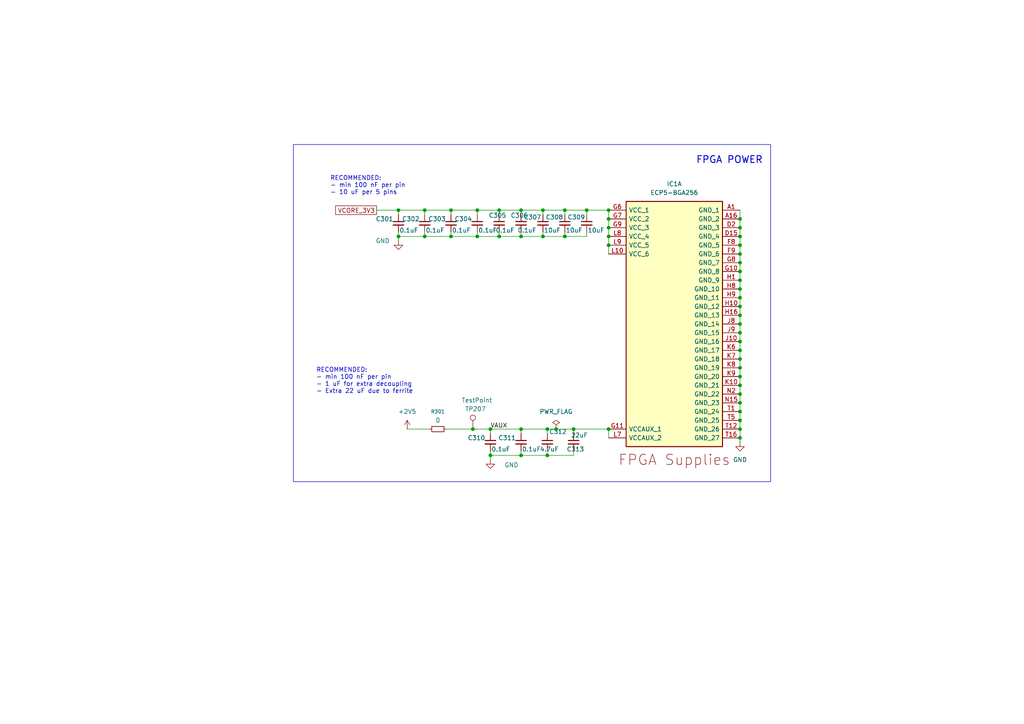
<source format=kicad_sch>
(kicad_sch (version 20250114) (generator "eeschema") (generator_version "9.0")
  (paper "A4")
  (lib_symbols
    (symbol "Connector:TestPoint" (pin_numbers (hide yes)) (pin_names (offset 0.762) (hide yes))
      (property "Reference" "TP" (at 0 6.858 0))
      (property "Value" "TestPoint" (at 0 5.08 0))
      (symbol "TestPoint_0_1"
        (circle (center 0 3.302) (radius 0.762))
      )
      (symbol "TestPoint_1_1"
        (pin passive line (at 0 0 90) (length 2.54) (name "1") (number "1"))
      )
    )
    (symbol "Device:C_Small" (pin_numbers (hide yes)) (pin_names (offset 0.254) (hide yes))
      (property "Reference" "C" (at 0.254 1.778 0))
      (property "Value" "C_Small" (at 0.254 -2.032 0))
      (symbol "C_Small_0_1"
        (polyline (pts (xy -1.524 0.508) (xy 1.524 0.508)) (stroke (width 0.3048)))
        (polyline (pts (xy -1.524 -0.508) (xy 1.524 -0.508)) (stroke (width 0.3302)))
      )
      (symbol "C_Small_1_1"
        (pin passive line (at 0 2.54 270) (length 2.032) (name "~") (number "1"))
        (pin passive line (at 0 -2.54 90) (length 2.032) (name "~") (number "2"))
      )
    )
    (symbol "Device:R_Small" (pin_numbers (hide yes)) (pin_names (offset 0.254) (hide yes))
      (property "Reference" "R" (at 0 0 90))
      (property "Value" "R_Small" (at 1.778 0 90))
      (symbol "R_Small_0_1"
        (rectangle (start -0.762 1.778) (end 0.762 -1.778) (stroke (width 0.2032)))
      )
      (symbol "R_Small_1_1"
        (pin passive line (at 0 2.54 270) (length 0.762) (name "~") (number "1"))
        (pin passive line (at 0 -2.54 90) (length 0.762) (name "~") (number "2"))
      )
    )
    (symbol "iw-fpga_mcu:ECP5-BGA256" (pin_names (offset 0.762))
      (property "Reference" "IC" (at 1.27 45.72 0))
      (property "Value" "ECP5-BGA256" (at 1.27 43.18 0))
      (symbol "ECP5-BGA256_1_0"
        (rectangle (start -13.97 35.56) (end 13.97 -35.56) (stroke (width 0.3048)) (fill (type background)))
      )
      (symbol "ECP5-BGA256_1_1"
        (text "FPGA Supplies" (at 0 -39.37 0) (effects (font (size 2.9972 2.9972))))
        (pin power_in line (at -19.05 33.02 0) (length 5.08) (name "VCC_1") (number "G6"))
        (pin power_in line (at -19.05 30.48 0) (length 5.08) (name "VCC_2") (number "G7"))
        (pin power_in line (at -19.05 27.94 0) (length 5.08) (name "VCC_3") (number "G9"))
        (pin power_in line (at -19.05 25.4 0) (length 5.08) (name "VCC_4") (number "L8"))
        (pin power_in line (at -19.05 22.86 0) (length 5.08) (name "VCC_5") (number "L9"))
        (pin power_in line (at -19.05 20.32 0) (length 5.08) (name "VCC_6") (number "L10"))
        (pin power_in line (at -19.05 -30.48 0) (length 5.08) (name "VCCAUX_1") (number "G11"))
        (pin power_in line (at -19.05 -33.02 0) (length 5.08) (name "VCCAUX_2") (number "L7"))
        (pin power_in line (at 19.05 33.02 180) (length 5.08) (name "GND_1") (number "A1"))
        (pin power_in line (at 19.05 30.48 180) (length 5.08) (name "GND_2") (number "A16"))
        (pin power_in line (at 19.05 27.94 180) (length 5.08) (name "GND_3") (number "D2"))
        (pin power_in line (at 19.05 25.4 180) (length 5.08) (name "GND_4") (number "D15"))
        (pin power_in line (at 19.05 22.86 180) (length 5.08) (name "GND_5") (number "F8"))
        (pin power_in line (at 19.05 20.32 180) (length 5.08) (name "GND_6") (number "F9"))
        (pin power_in line (at 19.05 17.78 180) (length 5.08) (name "GND_7") (number "G8"))
        (pin power_in line (at 19.05 15.24 180) (length 5.08) (name "GND_8") (number "G10"))
        (pin power_in line (at 19.05 12.7 180) (length 5.08) (name "GND_9") (number "H1"))
        (pin power_in line (at 19.05 10.16 180) (length 5.08) (name "GND_10") (number "H8"))
        (pin power_in line (at 19.05 7.62 180) (length 5.08) (name "GND_11") (number "H9"))
        (pin power_in line (at 19.05 5.08 180) (length 5.08) (name "GND_12") (number "H10"))
        (pin power_in line (at 19.05 2.54 180) (length 5.08) (name "GND_13") (number "H16"))
        (pin power_in line (at 19.05 0 180) (length 5.08) (name "GND_14") (number "J8"))
        (pin power_in line (at 19.05 -2.54 180) (length 5.08) (name "GND_15") (number "J9"))
        (pin power_in line (at 19.05 -5.08 180) (length 5.08) (name "GND_16") (number "J10"))
        (pin power_in line (at 19.05 -7.62 180) (length 5.08) (name "GND_17") (number "K6"))
        (pin power_in line (at 19.05 -10.16 180) (length 5.08) (name "GND_18") (number "K7"))
        (pin power_in line (at 19.05 -12.7 180) (length 5.08) (name "GND_19") (number "K8"))
        (pin power_in line (at 19.05 -15.24 180) (length 5.08) (name "GND_20") (number "K9"))
        (pin power_in line (at 19.05 -17.78 180) (length 5.08) (name "GND_21") (number "K10"))
        (pin power_in line (at 19.05 -20.32 180) (length 5.08) (name "GND_22") (number "N2"))
        (pin power_in line (at 19.05 -22.86 180) (length 5.08) (name "GND_23") (number "N15"))
        (pin power_in line (at 19.05 -25.4 180) (length 5.08) (name "GND_24") (number "T1"))
        (pin power_in line (at 19.05 -27.94 180) (length 5.08) (name "GND_25") (number "T5"))
        (pin power_in line (at 19.05 -30.48 180) (length 5.08) (name "GND_26") (number "T12"))
        (pin power_in line (at 19.05 -33.02 180) (length 5.08) (name "GND_27") (number "T16"))
      )
      (symbol "ECP5-BGA256_2_1"
        (rectangle (start -19.05 31.75) (end 8.89 -31.75) (stroke (width 0.3048)) (fill (type background)))
        (text "Bank 0" (at 0 -35.56 0) (effects (font (size 2.9972 2.9972))))
        (pin power_in line (at -13.97 36.83 270) (length 5.08) (name "VCCIO0_2") (number "F7"))
        (pin power_in line (at -11.43 36.83 270) (length 5.08) (name "VCCIO0_1") (number "F6"))
        (pin bidirectional line (at 13.97 29.21 180) (length 5.08) (name "PT4A") (number "A2"))
        (pin bidirectional line (at 13.97 26.67 180) (length 5.08) (name "PT4B") (number "B3"))
        (pin bidirectional line (at 13.97 24.13 180) (length 5.08) (name "PT6A") (number "A3"))
        (pin bidirectional line (at 13.97 21.59 180) (length 5.08) (name "PT6B") (number "A4"))
        (pin bidirectional line (at 13.97 19.05 180) (length 5.08) (name "PT9A") (number "E4"))
        (pin bidirectional line (at 13.97 16.51 180) (length 5.08) (name "PT9B") (number "D4"))
        (pin bidirectional line (at 13.97 13.97 180) (length 5.08) (name "PT11A") (number "C4"))
        (pin bidirectional line (at 13.97 11.43 180) (length 5.08) (name "PT11B") (number "B4"))
        (pin bidirectional line (at 13.97 8.89 180) (length 5.08) (name "PT13A") (number "E5"))
        (pin bidirectional line (at 13.97 6.35 180) (length 5.08) (name "PT13B") (number "D5"))
        (pin bidirectional line (at 13.97 3.81 180) (length 5.08) (name "PT15A") (number "C5"))
        (pin bidirectional line (at 13.97 1.27 180) (length 5.08) (name "PT15B") (number "B5"))
        (pin bidirectional line (at 13.97 -1.27 180) (length 5.08) (name "PT18A") (number "A5"))
        (pin bidirectional line (at 13.97 -3.81 180) (length 5.08) (name "PT18B") (number "A6"))
        (pin bidirectional line (at 13.97 -6.35 180) (length 5.08) (name "PT20A") (number "E6"))
        (pin bidirectional line (at 13.97 -8.89 180) (length 5.08) (name "PT20B") (number "D6"))
        (pin bidirectional line (at 13.97 -11.43 180) (length 5.08) (name "PT22A") (number "C6"))
        (pin bidirectional line (at 13.97 -13.97 180) (length 5.08) (name "PT22B") (number "B6"))
        (pin bidirectional line (at 13.97 -16.51 180) (length 5.08) (name "PT24A/GR_PCLK0_1") (number "E7"))
        (pin bidirectional line (at 13.97 -19.05 180) (length 5.08) (name "PT24B/GR_PCLK0_0") (number "D7"))
        (pin bidirectional line (at 13.97 -21.59 180) (length 5.08) (name "PT27A/PCLKT0_1") (number "C7"))
        (pin bidirectional line (at 13.97 -24.13 180) (length 5.08) (name "PT27B/PCLKC0_1") (number "B7"))
        (pin bidirectional line (at 13.97 -26.67 180) (length 5.08) (name "PT29A/PCLKT0_0") (number "A7"))
        (pin bidirectional line (at 13.97 -29.21 180) (length 5.08) (name "PT29B/PCLKC0_0") (number "A8"))
      )
      (symbol "ECP5-BGA256_3_0"
        (rectangle (start -17.78 41.91) (end 8.89 -41.91) (stroke (width 0.3048)) (fill (type background)))
      )
      (symbol "ECP5-BGA256_3_1"
        (text "Bank 1" (at 0 -45.72 0) (effects (font (size 2.9972 2.9972))))
        (pin power_in line (at -13.97 46.99 270) (length 5.08) (name "VCCIO1_2") (number "F11"))
        (pin power_in line (at -11.43 46.99 270) (length 5.08) (name "VCCIO1_1") (number "F10"))
        (pin bidirectional line (at 13.97 39.37 180) (length 5.08) (name "PT33A/PCLKT1_1") (number "E8"))
        (pin bidirectional line (at 13.97 36.83 180) (length 5.08) (name "PT33B/PCLKC1_1") (number "D8"))
        (pin bidirectional line (at 13.97 34.29 180) (length 5.08) (name "PT35A/PCLKT1_0") (number "C8"))
        (pin bidirectional line (at 13.97 31.75 180) (length 5.08) (name "PT35B/PCLKC1_0") (number "B8"))
        (pin bidirectional line (at 13.97 29.21 180) (length 5.08) (name "PT38A/GR_PCLK1_0") (number "B9"))
        (pin bidirectional line (at 13.97 26.67 180) (length 5.08) (name "PT38B/GR_PCLK1_1") (number "C9"))
        (pin bidirectional line (at 13.97 24.13 180) (length 5.08) (name "PT40A") (number "D9"))
        (pin bidirectional line (at 13.97 21.59 180) (length 5.08) (name "PT40B") (number "E9"))
        (pin bidirectional line (at 13.97 19.05 180) (length 5.08) (name "PT42A") (number "A9"))
        (pin bidirectional line (at 13.97 16.51 180) (length 5.08) (name "PT42B") (number "A10"))
        (pin bidirectional line (at 13.97 13.97 180) (length 5.08) (name "PT44A") (number "B10"))
        (pin bidirectional line (at 13.97 11.43 180) (length 5.08) (name "PT44B") (number "C10"))
        (pin bidirectional line (at 13.97 8.89 180) (length 5.08) (name "PT47A") (number "D10"))
        (pin bidirectional line (at 13.97 6.35 180) (length 5.08) (name "PT47B") (number "E10"))
        (pin bidirectional line (at 13.97 3.81 180) (length 5.08) (name "PT49A") (number "B11"))
        (pin bidirectional line (at 13.97 1.27 180) (length 5.08) (name "PT49B") (number "C11"))
        (pin bidirectional line (at 13.97 -1.27 180) (length 5.08) (name "PT51A") (number "D11"))
        (pin bidirectional line (at 13.97 -3.81 180) (length 5.08) (name "PT51B") (number "E11"))
        (pin bidirectional line (at 13.97 -6.35 180) (length 5.08) (name "PT53A") (number "A11"))
        (pin bidirectional line (at 13.97 -8.89 180) (length 5.08) (name "PT53B") (number "A12"))
        (pin bidirectional line (at 13.97 -11.43 180) (length 5.08) (name "PT56A") (number "B12"))
        (pin bidirectional line (at 13.97 -13.97 180) (length 5.08) (name "PT56B") (number "C12"))
        (pin bidirectional line (at 13.97 -16.51 180) (length 5.08) (name "PT58A") (number "D12"))
        (pin bidirectional line (at 13.97 -19.05 180) (length 5.08) (name "PT58B") (number "E12"))
        (pin bidirectional line (at 13.97 -21.59 180) (length 5.08) (name "PT60A") (number "B13"))
        (pin bidirectional line (at 13.97 -24.13 180) (length 5.08) (name "PT60B") (number "C13"))
        (pin bidirectional line (at 13.97 -26.67 180) (length 5.08) (name "PT62A") (number "D13"))
        (pin bidirectional line (at 13.97 -29.21 180) (length 5.08) (name "PT62B") (number "E13"))
        (pin bidirectional line (at 13.97 -31.75 180) (length 5.08) (name "PT65A") (number "A13"))
        (pin bidirectional line (at 13.97 -34.29 180) (length 5.08) (name "PT65B") (number "A14"))
        (pin bidirectional line (at 13.97 -36.83 180) (length 5.08) (name "PT67A") (number "B14"))
        (pin bidirectional line (at 13.97 -39.37 180) (length 5.08) (name "PT67B") (number "A15"))
      )
      (symbol "ECP5-BGA256_4_1"
        (rectangle (start -17.78 41.91) (end 8.89 -41.91) (stroke (width 0.3048)) (fill (type background)))
        (text "Bank 2" (at 0 -45.72 0) (effects (font (size 2.9972 2.9972))))
        (pin power_in line (at -11.43 46.99 270) (length 5.08) (name "VCCIO2_1") (number "H11"))
        (pin power_in line (at -8.89 46.99 270) (length 5.08) (name "VCCIO2_2") (number "J11"))
        (pin bidirectional line (at 13.97 39.37 180) (length 5.08) (name "PR2A/RDQ8") (number "B16"))
        (pin bidirectional line (at 13.97 36.83 180) (length 5.08) (name "PR2B/S0_IN") (number "B15"))
        (pin bidirectional line (at 13.97 34.29 180) (length 5.08) (name "PR2C") (number "C14"))
        (pin bidirectional line (at 13.97 31.75 180) (length 5.08) (name "PR2D") (number "D14"))
        (pin bidirectional line (at 13.97 29.21 180) (length 5.08) (name "PR5A") (number "C16"))
        (pin bidirectional line (at 13.97 26.67 180) (length 5.08) (name "PR5B") (number "C15"))
        (pin bidirectional line (at 13.97 24.13 180) (length 5.08) (name "PR5C") (number "E14"))
        (pin bidirectional line (at 13.97 21.59 180) (length 5.08) (name "PR5D") (number "F14"))
        (pin bidirectional line (at 13.97 19.05 180) (length 5.08) (name "PR8A/RDQS8") (number "D16"))
        (pin bidirectional line (at 13.97 16.51 180) (length 5.08) (name "PR8B/RDQSN8") (number "E15"))
        (pin bidirectional line (at 13.97 13.97 180) (length 5.08) (name "PR8C") (number "F13"))
        (pin bidirectional line (at 13.97 11.43 180) (length 5.08) (name "PR8D") (number "F12"))
        (pin bidirectional line (at 13.97 8.89 180) (length 5.08) (name "PR11A") (number "G12"))
        (pin bidirectional line (at 13.97 6.35 180) (length 5.08) (name "PR11B") (number "G13"))
        (pin bidirectional line (at 13.97 3.81 180) (length 5.08) (name "PR11C") (number "F15"))
        (pin bidirectional line (at 13.97 1.27 180) (length 5.08) (name "PR11D/RDQ8") (number "E16"))
        (pin bidirectional line (at 13.97 -1.27 180) (length 5.08) (name "PR14A/RDQ20") (number "F16"))
        (pin bidirectional line (at 13.97 -3.81 180) (length 5.08) (name "PR14B") (number "G15"))
        (pin bidirectional line (at 13.97 -6.35 180) (length 5.08) (name "PR14C/VREF1_2") (number "G14"))
        (pin bidirectional line (at 13.97 -8.89 180) (length 5.08) (name "PR14D") (number "H14"))
        (pin bidirectional line (at 13.97 -11.43 180) (length 5.08) (name "PR17A") (number "H12"))
        (pin bidirectional line (at 13.97 -13.97 180) (length 5.08) (name "PR17B") (number "H13"))
        (pin bidirectional line (at 13.97 -16.51 180) (length 5.08) (name "PR17C") (number "J13"))
        (pin bidirectional line (at 13.97 -19.05 180) (length 5.08) (name "PR17D") (number "J12"))
        (pin bidirectional line (at 13.97 -21.59 180) (length 5.08) (name "PR20A/RDQS20") (number "G16"))
        (pin bidirectional line (at 13.97 -24.13 180) (length 5.08) (name "PR20B/RDQSN20") (number "H15"))
        (pin bidirectional line (at 13.97 -26.67 180) (length 5.08) (name "PR20C/GR_PCLK2_1") (number "J14"))
        (pin bidirectional line (at 13.97 -29.21 180) (length 5.08) (name "PR20D/GR_PCLK2_0") (number "K14"))
        (pin bidirectional line (at 13.97 -31.75 180) (length 5.08) (name "PR23A/PCLKT2_1") (number "J16"))
        (pin bidirectional line (at 13.97 -34.29 180) (length 5.08) (name "PR23B/PCLKC2_1") (number "J15"))
        (pin bidirectional line (at 13.97 -36.83 180) (length 5.08) (name "PR23C/PCLKT2_0") (number "K16"))
        (pin bidirectional line (at 13.97 -39.37 180) (length 5.08) (name "PR23D/PCLKC2_0/RDQ20") (number "K15"))
      )
      (symbol "ECP5-BGA256_5_0"
        (rectangle (start -26.67 41.91) (end 8.89 -41.91) (stroke (width 0.3048)) (fill (type background)))
      )
      (symbol "ECP5-BGA256_5_1"
        (text "Bank 3" (at 0 -45.72 0) (effects (font (size 2.9972 2.9972))))
        (pin power_in line (at -22.86 46.99 270) (length 5.08) (name "VCCIO3_1") (number "K11"))
        (pin power_in line (at -20.32 46.99 270) (length 5.08) (name "VCCIO3_2") (number "L11"))
        (pin bidirectional line (at 13.97 39.37 180) (length 5.08) (name "PR26A/PCLKT3_1/RDQ32") (number "L16"))
        (pin bidirectional line (at 13.97 36.83 180) (length 5.08) (name "PR26B/PCLKC3_1") (number "L15"))
        (pin bidirectional line (at 13.97 34.29 180) (length 5.08) (name "PR26C/PCLKT3_0") (number "M16"))
        (pin bidirectional line (at 13.97 31.75 180) (length 5.08) (name "PR26D/PCLKC3_0") (number "M15"))
        (pin bidirectional line (at 13.97 29.21 180) (length 5.08) (name "PR29A/GR_PCLK3_0") (number "K13"))
        (pin bidirectional line (at 13.97 26.67 180) (length 5.08) (name "PR29B") (number "K12"))
        (pin bidirectional line (at 13.97 24.13 180) (length 5.08) (name "PR29C/GR_PCLK3_1") (number "L13"))
        (pin bidirectional line (at 13.97 21.59 180) (length 5.08) (name "PR29D") (number "L12"))
        (pin bidirectional line (at 13.97 19.05 180) (length 5.08) (name "PR32A/RDQS32") (number "N16"))
        (pin bidirectional line (at 13.97 16.51 180) (length 5.08) (name "PR32B/RDQSN32") (number "P15"))
        (pin bidirectional line (at 13.97 13.97 180) (length 5.08) (name "PR32C") (number "L14"))
        (pin bidirectional line (at 13.97 11.43 180) (length 5.08) (name "PR32D") (number "M14"))
        (pin bidirectional line (at 13.97 8.89 180) (length 5.08) (name "PR35A") (number "P16"))
        (pin bidirectional line (at 13.97 6.35 180) (length 5.08) (name "PR35B/VREF1_3") (number "R16"))
        (pin bidirectional line (at 13.97 3.81 180) (length 5.08) (name "PR35C") (number "M13"))
        (pin bidirectional line (at 13.97 1.27 180) (length 5.08) (name "PR35D/RDQ32") (number "N14"))
        (pin bidirectional line (at 13.97 -1.27 180) (length 5.08) (name "PR38A/RDQ44") (number "N13"))
        (pin bidirectional line (at 13.97 -3.81 180) (length 5.08) (name "PR38B") (number "P14"))
        (pin bidirectional line (at 13.97 -6.35 180) (length 5.08) (name "PR38C") (number "R15"))
        (pin bidirectional line (at 13.97 -8.89 180) (length 5.08) (name "PR38D") (number "T15"))
        (pin bidirectional line (at 13.97 -11.43 180) (length 5.08) (name "PR41A") (number "P13"))
        (pin bidirectional line (at 13.97 -13.97 180) (length 5.08) (name "PR41B") (number "R14"))
        (pin bidirectional line (at 13.97 -16.51 180) (length 5.08) (name "PR41C") (number "R13"))
        (pin bidirectional line (at 13.97 -19.05 180) (length 5.08) (name "PR41D") (number "T14"))
        (pin bidirectional line (at 13.97 -21.59 180) (length 5.08) (name "PR44A/RDQS44") (number "R12"))
        (pin bidirectional line (at 13.97 -24.13 180) (length 5.08) (name "PR44B/RDQSN44") (number "T13"))
        (pin bidirectional line (at 13.97 -26.67 180) (length 5.08) (name "PR44C") (number "M12"))
        (pin bidirectional line (at 13.97 -29.21 180) (length 5.08) (name "PR44D") (number "N12"))
        (pin bidirectional line (at 13.97 -31.75 180) (length 5.08) (name "PR47A") (number "M11"))
        (pin bidirectional line (at 13.97 -34.29 180) (length 5.08) (name "PR47B") (number "N11"))
        (pin bidirectional line (at 13.97 -36.83 180) (length 5.08) (name "PR47C/LRC_GPLL0T_IN") (number "P11"))
        (pin bidirectional line (at 13.97 -39.37 180) (length 5.08) (name "PR47D/LRC_GPLL0C_IN/RDQ44") (number "P12"))
      )
      (symbol "ECP5-BGA256_6_1"
        (rectangle (start -20.32 41.91) (end 8.89 -41.91) (stroke (width 0.3048)) (fill (type background)))
        (text "Bank 6" (at 0 -45.72 0) (effects (font (size 2.9972 2.9972))))
        (pin power_in line (at -13.97 46.99 270) (length 5.08) (name "VCCIO6_1") (number "J6"))
        (pin power_in line (at -11.43 46.99 270) (length 5.08) (name "VCCIO6_2") (number "J7"))
        (pin bidirectional line (at 13.97 39.37 180) (length 5.08) (name "PL26A/LDQ32/PCLKT6_1") (number "L1"))
        (pin bidirectional line (at 13.97 36.83 180) (length 5.08) (name "PL26B/PCLKC6_1") (number "L2"))
        (pin bidirectional line (at 13.97 34.29 180) (length 5.08) (name "PL26C/PCLKT6_0") (number "M1"))
        (pin bidirectional line (at 13.97 31.75 180) (length 5.08) (name "PL26D/PCLKC6_0") (number "M2"))
        (pin bidirectional line (at 13.97 29.21 180) (length 5.08) (name "PL29A/GR_PCLK6_0") (number "K4"))
        (pin bidirectional line (at 13.97 26.67 180) (length 5.08) (name "PL29B") (number "K5"))
        (pin bidirectional line (at 13.97 24.13 180) (length 5.08) (name "PL29C/PL29C") (number "L4"))
        (pin bidirectional line (at 13.97 21.59 180) (length 5.08) (name "PL29D") (number "L5"))
        (pin bidirectional line (at 13.97 19.05 180) (length 5.08) (name "PL32A/LDQS32") (number "N1"))
        (pin bidirectional line (at 13.97 16.51 180) (length 5.08) (name "PL32B/LDQSN32") (number "P2"))
        (pin bidirectional line (at 13.97 13.97 180) (length 5.08) (name "PL32C") (number "L3"))
        (pin bidirectional line (at 13.97 11.43 180) (length 5.08) (name "PL32D") (number "M3"))
        (pin bidirectional line (at 13.97 8.89 180) (length 5.08) (name "PL35A") (number "P1"))
        (pin bidirectional line (at 13.97 6.35 180) (length 5.08) (name "PL35B/VREF1_6") (number "R1"))
        (pin bidirectional line (at 13.97 3.81 180) (length 5.08) (name "PL35C") (number "M4"))
        (pin bidirectional line (at 13.97 1.27 180) (length 5.08) (name "PL35D") (number "N3"))
        (pin bidirectional line (at 13.97 -1.27 180) (length 5.08) (name "PL38A/LDQ44") (number "N4"))
        (pin bidirectional line (at 13.97 -3.81 180) (length 5.08) (name "PL38B") (number "P3"))
        (pin bidirectional line (at 13.97 -6.35 180) (length 5.08) (name "PL38C") (number "R2"))
        (pin bidirectional line (at 13.97 -8.89 180) (length 5.08) (name "PL38D") (number "T2"))
        (pin bidirectional line (at 13.97 -11.43 180) (length 5.08) (name "PL44A/LDQS44") (number "R5"))
        (pin bidirectional line (at 13.97 -13.97 180) (length 5.08) (name "PL44B/LDQSN44") (number "T4"))
        (pin bidirectional line (at 13.97 -16.51 180) (length 5.08) (name "PL44C") (number "M5"))
        (pin bidirectional line (at 13.97 -19.05 180) (length 5.08) (name "PL44D") (number "N5"))
        (pin bidirectional line (at 13.97 -21.59 180) (length 5.08) (name "PL41A") (number "P4"))
        (pin bidirectional line (at 13.97 -24.13 180) (length 5.08) (name "PL41B") (number "R3"))
        (pin bidirectional line (at 13.97 -26.67 180) (length 5.08) (name "PL41C") (number "R4"))
        (pin bidirectional line (at 13.97 -29.21 180) (length 5.08) (name "PL41D") (number "T3"))
        (pin bidirectional line (at 13.97 -31.75 180) (length 5.08) (name "PL47A") (number "M6"))
        (pin bidirectional line (at 13.97 -34.29 180) (length 5.08) (name "PL47B") (number "N6"))
        (pin bidirectional line (at 13.97 -36.83 180) (length 5.08) (name "PL47D/LLC_GPLL0C_IN") (number "P5"))
        (pin bidirectional line (at 13.97 -39.37 180) (length 5.08) (name "PL47C/LLC_GPLL0T_IN") (number "P6"))
      )
      (symbol "ECP5-BGA256_7_1"
        (rectangle (start -25.4 41.91) (end 8.89 -41.91) (stroke (width 0.3048)) (fill (type background)))
        (text "Bank 7" (at 0 -45.72 0) (effects (font (size 2.9972 2.9972))))
        (pin power_in line (at -12.7 46.99 270) (length 5.08) (name "VCCIO7_2") (number "H7"))
        (pin power_in line (at -10.16 46.99 270) (length 5.08) (name "VCCIO7_1") (number "H6"))
        (pin bidirectional line (at 13.97 39.37 180) (length 5.08) (name "PL2A/LDQ8") (number "B1"))
        (pin bidirectional line (at 13.97 36.83 180) (length 5.08) (name "PL2B") (number "B2"))
        (pin bidirectional line (at 13.97 34.29 180) (length 5.08) (name "PL2C") (number "C3"))
        (pin bidirectional line (at 13.97 31.75 180) (length 5.08) (name "PL2D") (number "D3"))
        (pin bidirectional line (at 13.97 29.21 180) (length 5.08) (name "PL5A") (number "C1"))
        (pin bidirectional line (at 13.97 26.67 180) (length 5.08) (name "PL5B") (number "C2"))
        (pin bidirectional line (at 13.97 24.13 180) (length 5.08) (name "PL5C") (number "E3"))
        (pin bidirectional line (at 13.97 21.59 180) (length 5.08) (name "PL5D") (number "F3"))
        (pin bidirectional line (at 13.97 19.05 180) (length 5.08) (name "PL8A/LDQS8") (number "D1"))
        (pin bidirectional line (at 13.97 16.51 180) (length 5.08) (name "PL8B/LDQSN8") (number "E2"))
        (pin bidirectional line (at 13.97 13.97 180) (length 5.08) (name "PL8C") (number "F4"))
        (pin bidirectional line (at 13.97 11.43 180) (length 5.08) (name "PL8D") (number "F5"))
        (pin bidirectional line (at 13.97 8.89 180) (length 5.08) (name "PL11A") (number "G5"))
        (pin bidirectional line (at 13.97 6.35 180) (length 5.08) (name "PL11B") (number "G4"))
        (pin bidirectional line (at 13.97 3.81 180) (length 5.08) (name "PL11C") (number "F2"))
        (pin bidirectional line (at 13.97 1.27 180) (length 5.08) (name "PL11D/LDQ8") (number "E1"))
        (pin bidirectional line (at 13.97 -1.27 180) (length 5.08) (name "PL14A/LDQ20") (number "F1"))
        (pin bidirectional line (at 13.97 -3.81 180) (length 5.08) (name "PL14B") (number "G2"))
        (pin bidirectional line (at 13.97 -6.35 180) (length 5.08) (name "PL14C") (number "G3"))
        (pin bidirectional line (at 13.97 -8.89 180) (length 5.08) (name "PL14D") (number "H3"))
        (pin bidirectional line (at 13.97 -11.43 180) (length 5.08) (name "PL17A") (number "H5"))
        (pin bidirectional line (at 13.97 -13.97 180) (length 5.08) (name "PL17B") (number "H4"))
        (pin bidirectional line (at 13.97 -16.51 180) (length 5.08) (name "PL17C") (number "J4"))
        (pin bidirectional line (at 13.97 -19.05 180) (length 5.08) (name "PL17D") (number "J5"))
        (pin bidirectional line (at 13.97 -21.59 180) (length 5.08) (name "PL20A/GR_PCLK7_1/LDQSN20") (number "G1"))
        (pin bidirectional line (at 13.97 -24.13 180) (length 5.08) (name "PL20B/LDQS20") (number "H2"))
        (pin bidirectional line (at 13.97 -26.67 180) (length 5.08) (name "PL20C/GR_PCLK7_0") (number "J3"))
        (pin bidirectional line (at 13.97 -29.21 180) (length 5.08) (name "PL20D") (number "K3"))
        (pin bidirectional line (at 13.97 -31.75 180) (length 5.08) (name "PL23A/PCLKT7_1") (number "J1"))
        (pin bidirectional line (at 13.97 -34.29 180) (length 5.08) (name "PL23B/PCLKC7_1") (number "J2"))
        (pin bidirectional line (at 13.97 -36.83 180) (length 5.08) (name "PL23C/PCLKT7_0") (number "K1"))
        (pin bidirectional line (at 13.97 -39.37 180) (length 5.08) (name "PL23D/PCLKC7_0/LDQ20") (number "K2"))
      )
      (symbol "ECP5-BGA256_8_0"
        (text "Bank 8 (Config)" (at 0 -43.18 0) (effects (font (size 2.9972 2.9972))))
      )
      (symbol "ECP5-BGA256_8_1"
        (rectangle (start -15.24 39.37) (end 15.24 -39.37) (stroke (width 0.3048)) (fill (type background)))
        (pin power_in line (at -10.16 44.45 270) (length 5.08) (name "VCCIO8") (number "L6"))
        (pin bidirectional line (at 20.32 36.83 180) (length 5.08) (name "D7/PB4A") (number "T6"))
        (pin bidirectional line (at 20.32 34.29 180) (length 5.08) (name "D6/PB4B") (number "R6"))
        (pin bidirectional line (at 20.32 31.75 180) (length 5.08) (name "D5/MISO2/IO5/PB6A") (number "R7"))
        (pin bidirectional line (at 20.32 29.21 180) (length 5.08) (name "D4/MOSI2/IO4/PB6B") (number "P7"))
        (pin bidirectional line (at 20.32 26.67 180) (length 5.08) (name "D3/IO3/PB9A") (number "N7"))
        (pin bidirectional line (at 20.32 24.13 180) (length 5.08) (name "D2/IO2/PB9B") (number "M7"))
        (pin bidirectional line (at 20.32 21.59 180) (length 5.08) (name "D1/POCI/IO1/PB11A") (number "T7"))
        (pin bidirectional line (at 20.32 19.05 180) (length 5.08) (name "D0/PICO/IO0/PB11B") (number "T8"))
        (pin bidirectional line (at 20.32 16.51 180) (length 5.08) (name "~{CS}/~{S}/PB13A") (number "R8"))
        (pin bidirectional line (at 20.32 13.97 180) (length 5.08) (name "~{CS1}/PB13B") (number "P8"))
        (pin bidirectional line (at 20.32 11.43 180) (length 5.08) (name "~{HOLD}/DI/BUSY/~{CSSPI}/PB15A") (number "N8"))
        (pin bidirectional line (at 20.32 8.89 180) (length 5.08) (name "DOUT/~{CSO}/PB15B") (number "M8"))
        (pin bidirectional line (at 20.32 6.35 180) (length 5.08) (name "~{WRITE}/PB18A") (number "M9"))
        (pin input line (at 20.32 -1.27 180) (length 5.08) (name "TMS") (number "T11"))
        (pin input line (at 20.32 -3.81 180) (length 5.08) (name "TCK") (number "T10"))
        (pin input line (at 20.32 -6.35 180) (length 5.08) (name "TDI") (number "R11"))
        (pin output line (at 20.32 -8.89 180) (length 5.08) (name "TDO") (number "M10"))
        (pin bidirectional line (at 20.32 -15.24 180) (length 5.08) (name "MCLK/SCK/CCLK") (number "N9"))
        (pin input line (at 20.32 -20.32 180) (length 5.08) (name "CFG0") (number "N10"))
        (pin input line (at 20.32 -22.86 180) (length 5.08) (name "CFG1") (number "P10"))
        (pin input line (at 20.32 -25.4 180) (length 5.08) (name "CFG2") (number "R10"))
        (pin bidirectional line (at 20.32 -31.75 180) (length 5.08) (name "DONE") (number "P9"))
        (pin bidirectional line (at 20.32 -34.29 180) (length 5.08) (name "~{INIT}") (number "T9"))
        (pin bidirectional line (at 20.32 -36.83 180) (length 5.08) (name "~{PROGRAM}") (number "R9"))
      )
    )
    (symbol "power:+2V5" (power) (pin_numbers (hide yes)) (pin_names (offset 0) (hide yes))
      (property "Value" "+2V5" (at 0 3.556 0))
      (symbol "+2V5_0_1"
        (polyline (pts (xy -0.762 1.27) (xy 0 2.54)))
        (polyline (pts (xy 0 2.54) (xy 0.762 1.27)))
        (polyline (pts (xy 0 0) (xy 0 2.54)))
      )
      (symbol "+2V5_1_1"
        (pin power_in line (at 0 0 90) (length 0) (name "~") (number "1"))
      )
    )
    (symbol "power:GND" (power) (pin_numbers (hide yes)) (pin_names (offset 0) (hide yes))
      (property "Value" "GND" (at 0 -3.81 0))
      (symbol "GND_0_1"
        (polyline (pts (xy 0 0) (xy 0 -1.27) (xy 1.27 -1.27) (xy 0 -2.54) (xy -1.27 -1.27) (xy 0 -1.27)))
      )
      (symbol "GND_1_1"
        (pin power_in line (at 0 0 270) (length 0) (name "~") (number "1"))
      )
    )
    (symbol "power:PWR_FLAG" (power) (pin_numbers (hide yes)) (pin_names (offset 0) (hide yes))
      (property "Value" "PWR_FLAG" (at 0 3.81 0))
      (symbol "PWR_FLAG_0_0"
        (pin power_out line (at 0 0 90) (length 0) (name "~") (number "1"))
      )
      (symbol "PWR_FLAG_0_1"
        (polyline (pts (xy 0 0) (xy 0 1.27) (xy -1.016 1.905) (xy 0 2.54) (xy 1.016 1.905) (xy 0 1.27)))
      )
    )
  )
  (rectangle (start 85.09 41.91) (end 223.52 139.7))
  (text "RECOMMENDED:\n- min 100 nF per pin\n- 10 uF per 5 pins" (at 95.758 53.848 0) (effects (font (size 1.27 1.27) (thickness 0.1588)) (justify left)))
  (text "RECOMMENDED:\n- min 100 nF per pin\n- 1 uF for extra decoupling\n- Extra 22 uF due to ferrite" (at 91.694 110.49 0) (effects (font (size 1.27 1.27) (thickness 0.1588)) (justify left)))
  (text "FPGA POWER" (at 211.582 46.482 0) (effects (font (size 2 2) (thickness 0.254) (bold yes))))
  (junction (at 214.63 111.76))
  (junction (at 123.19 60.96))
  (junction (at 130.81 68.58))
  (junction (at 214.63 76.2))
  (junction (at 176.53 71.12))
  (junction (at 214.63 124.46))
  (junction (at 163.83 60.96))
  (junction (at 130.81 60.96))
  (junction (at 214.63 71.12))
  (junction (at 214.63 68.58))
  (junction (at 214.63 73.66))
  (junction (at 214.63 101.6))
  (junction (at 142.24 124.46))
  (junction (at 214.63 78.74))
  (junction (at 115.57 60.96))
  (junction (at 151.13 132.08))
  (junction (at 137.16 124.46))
  (junction (at 214.63 114.3))
  (junction (at 214.63 127))
  (junction (at 176.53 63.5))
  (junction (at 214.63 66.04))
  (junction (at 157.48 60.96))
  (junction (at 214.63 96.52))
  (junction (at 170.18 60.96))
  (junction (at 163.83 68.58))
  (junction (at 138.43 60.96))
  (junction (at 151.13 68.58))
  (junction (at 151.13 124.46))
  (junction (at 138.43 68.58))
  (junction (at 158.75 124.46))
  (junction (at 214.63 86.36))
  (junction (at 161.29 124.46))
  (junction (at 214.63 88.9))
  (junction (at 166.37 124.46))
  (junction (at 214.63 121.92))
  (junction (at 214.63 119.38))
  (junction (at 214.63 83.82))
  (junction (at 123.19 68.58))
  (junction (at 214.63 104.14))
  (junction (at 151.13 60.96))
  (junction (at 214.63 116.84))
  (junction (at 144.78 68.58))
  (junction (at 176.53 66.04))
  (junction (at 144.78 60.96))
  (junction (at 176.53 60.96))
  (junction (at 158.75 132.08))
  (junction (at 157.48 68.58))
  (junction (at 214.63 93.98))
  (junction (at 214.63 109.22))
  (junction (at 176.53 124.46))
  (junction (at 214.63 91.44))
  (junction (at 214.63 63.5))
  (junction (at 214.63 81.28))
  (junction (at 214.63 106.68))
  (junction (at 176.53 68.58))
  (junction (at 115.57 68.58))
  (junction (at 214.63 99.06))
  (junction (at 142.24 132.08))
  (wire (pts (xy 142.24 132.08) (xy 142.24 133.35)))
  (wire (pts (xy 214.63 116.84) (xy 214.63 119.38)))
  (wire (pts (xy 151.13 132.08) (xy 158.75 132.08)))
  (wire (pts (xy 142.24 124.46) (xy 151.13 124.46)))
  (wire (pts (xy 123.19 68.58) (xy 130.81 68.58)))
  (wire (pts (xy 142.24 124.46) (xy 142.24 125.73)))
  (wire (pts (xy 151.13 60.96) (xy 151.13 62.23)))
  (wire (pts (xy 163.83 62.23) (xy 163.83 60.96)))
  (wire (pts (xy 157.48 68.58) (xy 163.83 68.58)))
  (wire (pts (xy 115.57 68.58) (xy 123.19 68.58)))
  (wire (pts (xy 214.63 127) (xy 214.63 128.27)))
  (wire (pts (xy 214.63 66.04) (xy 214.63 68.58)))
  (wire (pts (xy 166.37 130.81) (xy 166.37 132.08)))
  (wire (pts (xy 123.19 60.96) (xy 130.81 60.96)))
  (wire (pts (xy 214.63 73.66) (xy 214.63 76.2)))
  (wire (pts (xy 138.43 67.31) (xy 138.43 68.58)))
  (wire (pts (xy 130.81 68.58) (xy 130.81 67.31)))
  (wire (pts (xy 115.57 69.85) (xy 115.57 68.58)))
  (wire (pts (xy 142.24 132.08) (xy 142.24 130.81)))
  (wire (pts (xy 151.13 68.58) (xy 157.48 68.58)))
  (wire (pts (xy 214.63 91.44) (xy 214.63 93.98)))
  (wire (pts (xy 176.53 71.12) (xy 176.53 73.66)))
  (wire (pts (xy 214.63 93.98) (xy 214.63 96.52)))
  (wire (pts (xy 144.78 62.23) (xy 144.78 60.96)))
  (wire (pts (xy 130.81 60.96) (xy 138.43 60.96)))
  (wire (pts (xy 214.63 63.5) (xy 214.63 66.04)))
  (wire (pts (xy 170.18 60.96) (xy 176.53 60.96)))
  (wire (pts (xy 214.63 88.9) (xy 214.63 91.44)))
  (wire (pts (xy 142.24 132.08) (xy 151.13 132.08)))
  (wire (pts (xy 118.11 124.46) (xy 124.46 124.46)))
  (wire (pts (xy 163.83 60.96) (xy 170.18 60.96)))
  (wire (pts (xy 214.63 101.6) (xy 214.63 104.14)))
  (wire (pts (xy 151.13 130.81) (xy 151.13 132.08)))
  (wire (pts (xy 214.63 78.74) (xy 214.63 81.28)))
  (wire (pts (xy 151.13 67.31) (xy 151.13 68.58)))
  (wire (pts (xy 214.63 121.92) (xy 214.63 124.46)))
  (wire (pts (xy 214.63 119.38) (xy 214.63 121.92)))
  (wire (pts (xy 214.63 106.68) (xy 214.63 109.22)))
  (wire (pts (xy 214.63 71.12) (xy 214.63 73.66)))
  (wire (pts (xy 123.19 68.58) (xy 123.19 67.31)))
  (wire (pts (xy 157.48 60.96) (xy 163.83 60.96)))
  (wire (pts (xy 144.78 60.96) (xy 151.13 60.96)))
  (wire (pts (xy 176.53 66.04) (xy 176.53 68.58)))
  (wire (pts (xy 176.53 124.46) (xy 176.53 127)))
  (wire (pts (xy 123.19 62.23) (xy 123.19 60.96)))
  (wire (pts (xy 157.48 60.96) (xy 157.48 62.23)))
  (wire (pts (xy 137.16 124.46) (xy 142.24 124.46)))
  (wire (pts (xy 130.81 68.58) (xy 138.43 68.58)))
  (wire (pts (xy 170.18 60.96) (xy 170.18 62.23)))
  (wire (pts (xy 158.75 125.73) (xy 158.75 124.46)))
  (wire (pts (xy 109.22 60.96) (xy 115.57 60.96)))
  (wire (pts (xy 130.81 62.23) (xy 130.81 60.96)))
  (wire (pts (xy 214.63 83.82) (xy 214.63 86.36)))
  (wire (pts (xy 170.18 67.31) (xy 170.18 68.58)))
  (wire (pts (xy 129.54 124.46) (xy 137.16 124.46)))
  (wire (pts (xy 151.13 124.46) (xy 151.13 125.73)))
  (wire (pts (xy 138.43 62.23) (xy 138.43 60.96)))
  (wire (pts (xy 214.63 86.36) (xy 214.63 88.9)))
  (wire (pts (xy 214.63 104.14) (xy 214.63 106.68)))
  (wire (pts (xy 138.43 60.96) (xy 144.78 60.96)))
  (wire (pts (xy 161.29 124.46) (xy 158.75 124.46)))
  (wire (pts (xy 176.53 60.96) (xy 176.53 63.5)))
  (wire (pts (xy 144.78 67.31) (xy 144.78 68.58)))
  (wire (pts (xy 115.57 68.58) (xy 115.57 67.31)))
  (wire (pts (xy 163.83 68.58) (xy 170.18 68.58)))
  (wire (pts (xy 158.75 132.08) (xy 166.37 132.08)))
  (wire (pts (xy 214.63 68.58) (xy 214.63 71.12)))
  (wire (pts (xy 214.63 114.3) (xy 214.63 116.84)))
  (wire (pts (xy 214.63 124.46) (xy 214.63 127)))
  (wire (pts (xy 158.75 130.81) (xy 158.75 132.08)))
  (wire (pts (xy 166.37 125.73) (xy 166.37 124.46)))
  (wire (pts (xy 151.13 124.46) (xy 158.75 124.46)))
  (wire (pts (xy 214.63 99.06) (xy 214.63 101.6)))
  (wire (pts (xy 163.83 67.31) (xy 163.83 68.58)))
  (wire (pts (xy 166.37 124.46) (xy 176.53 124.46)))
  (wire (pts (xy 214.63 81.28) (xy 214.63 83.82)))
  (wire (pts (xy 214.63 96.52) (xy 214.63 99.06)))
  (wire (pts (xy 214.63 76.2) (xy 214.63 78.74)))
  (wire (pts (xy 214.63 111.76) (xy 214.63 114.3)))
  (wire (pts (xy 151.13 60.96) (xy 157.48 60.96)))
  (wire (pts (xy 115.57 62.23) (xy 115.57 60.96)))
  (wire (pts (xy 214.63 60.96) (xy 214.63 63.5)))
  (wire (pts (xy 115.57 60.96) (xy 123.19 60.96)))
  (wire (pts (xy 166.37 124.46) (xy 161.29 124.46)))
  (wire (pts (xy 138.43 68.58) (xy 144.78 68.58)))
  (wire (pts (xy 144.78 68.58) (xy 151.13 68.58)))
  (wire (pts (xy 214.63 109.22) (xy 214.63 111.76)))
  (wire (pts (xy 176.53 63.5) (xy 176.53 66.04)))
  (wire (pts (xy 157.48 67.31) (xy 157.48 68.58)))
  (wire (pts (xy 176.53 68.58) (xy 176.53 71.12)))
  (label "VAUX" (at 142.24 124.46 0))
  (global_label "VCORE_3V3" (shape passive) (at 109.22 60.96 180) (property "Intersheetrefs" "${INTERSHEET_REFS}" (effects (hide yes))))
  (symbol (lib_id "Device:C_Small") (at 158.75 128.27 0) (unit 1)
    (property "Reference" "C312" (at 159.258 125.222 0) (effects (justify left)))
    (property "Value" "4.7uF" (at 162.052 130.302 0) (effects (justify right)))
    (property "Footprint" "Capacitor_SMD:C_0402_1005Metric" (effects (hide yes)))
    (property "Datasheet" "https://jlcpcb.com/api/file/downloadByFileSystemAccessId/8579707315714920448" (effects (hide yes)))
    (property "Description" "X5R, 10V" (effects (hide yes)))
    (property "LCSC Part Number" "C23733" (effects (hide yes)))
    (property "Manufacturing Part Number" "CL05A475MP5NRNC" (effects (hide yes)))
  )
  (symbol (lib_id "Device:C_Small") (at 144.78 64.77 0) (unit 1)
    (property "Reference" "C305" (at 141.732 62.484 0) (effects (justify left)))
    (property "Value" "0.1uF" (at 143.764 66.802 0) (effects (justify left)))
    (property "Footprint" "Capacitor_SMD:C_0201_0603Metric" (effects (hide yes)))
    (property "Datasheet" "https://jlcpcb.com/api/file/downloadByFileSystemAccessId/8603345729432014848" (effects (hide yes)))
    (property "Description" "Unpolarized capacitor, small symbol" (effects (hide yes)))
    (property "LCSC Part Number" "C22435929" (effects (hide yes)))
    (property "Manufacturing Part Number" "CGA0201X7R104K160ET " (effects (hide yes)))
  )
  (symbol (lib_id "power:GND") (at 115.57 69.85 0) (unit 1)
    (property "Reference" "#PWR0301" (effects (hide yes)))
    (property "Value" "GND" (at 110.998 69.85 0))
    (property "Description" "Power symbol creates a global label with name \"GND\" , ground" (effects (hide yes)))
  )
  (symbol (lib_id "iw-fpga_mcu:ECP5-BGA256") (at 195.58 93.98 0) (unit 1)
    (property "Reference" "IC1" (at 195.58 53.34 0))
    (property "Value" "ECP5-BGA256" (at 195.58 55.88 0))
    (property "Footprint" "iw-fpga_mcu:BGA256C80P16X16_1400X1400X170" (effects (hide yes)))
    (property "Datasheet" "https://jlcpcb.com/api/file/downloadByFileSystemAccessId/8588918730680111104" (effects (hide yes)))
    (property "Description" "FPGA - Field Programmable Gate Array ECP5; 12k LUTs; 1.1V" (effects (hide yes)))
    (property "LCSC Part Number" "C1521614" (effects (hide yes)))
    (property "Manufacturing Part Number" "LFE5U-25F-6BG256C " (effects (hide yes)))
  )
  (symbol (lib_id "power:GND") (at 214.63 128.27 0) (unit 1)
    (property "Reference" "#PWR0302" (effects (hide yes)))
    (property "Value" "GND" (at 214.63 133.35 0))
    (property "Description" "Power symbol creates a global label with name \"GND\" , ground" (effects (hide yes)))
  )
  (symbol (lib_id "Device:C_Small") (at 157.48 64.77 0) (unit 1)
    (property "Reference" "C307" (at 151.892 62.992 0) (effects (justify left)))
    (property "Value" "10uF" (at 157.734 66.802 0) (effects (justify left)))
    (property "Footprint" "Capacitor_SMD:C_0603_1608Metric" (effects (hide yes)))
    (property "Datasheet" "https://jlcpcb.com/api/file/downloadByFileSystemAccessId/8579707107920437248" (effects (hide yes)))
    (property "Description" "X5R, 10V" (effects (hide yes)))
    (property "LCSC Part Number" "C19702" (effects (hide yes)))
    (property "Manufacturing Part Number" "CL10A106KP8NNNC" (effects (hide yes)))
  )
  (symbol (lib_id "power:GND") (at 142.24 133.35 0) (unit 1)
    (property "Reference" "#PWR0303" (effects (hide yes)))
    (property "Value" "GND" (at 148.336 134.874 0))
    (property "Description" "Power symbol creates a global label with name \"GND\" , ground" (effects (hide yes)))
  )
  (symbol (lib_id "Device:C_Small") (at 151.13 128.27 0) (unit 1)
    (property "Reference" "C311" (at 144.526 127 0) (effects (justify left)))
    (property "Value" "0.1uF" (at 151.384 130.302 0) (effects (justify left)))
    (property "Footprint" "Capacitor_SMD:C_0201_0603Metric" (effects (hide yes)))
    (property "Datasheet" "https://jlcpcb.com/api/file/downloadByFileSystemAccessId/8603345729432014848" (effects (hide yes)))
    (property "Description" "Unpolarized capacitor, small symbol" (effects (hide yes)))
    (property "LCSC Part Number" "C22435929" (effects (hide yes)))
    (property "Manufacturing Part Number" "CGA0201X7R104K160ET " (effects (hide yes)))
  )
  (symbol (lib_id "Device:C_Small") (at 163.83 64.77 0) (unit 1)
    (property "Reference" "C308" (at 158.242 62.992 0) (effects (justify left)))
    (property "Value" "10uF" (at 164.084 66.802 0) (effects (justify left)))
    (property "Footprint" "Capacitor_SMD:C_0603_1608Metric" (effects (hide yes)))
    (property "Datasheet" "https://jlcpcb.com/api/file/downloadByFileSystemAccessId/8579707107920437248" (effects (hide yes)))
    (property "Description" "X5R, 10V" (effects (hide yes)))
    (property "LCSC Part Number" "C19702" (effects (hide yes)))
    (property "Manufacturing Part Number" "CL10A106KP8NNNC" (effects (hide yes)))
  )
  (symbol (lib_id "Device:C_Small") (at 123.19 64.77 0) (unit 1)
    (property "Reference" "C302" (at 116.586 63.5 0) (effects (justify left)))
    (property "Value" "0.1uF" (at 123.444 66.802 0) (effects (justify left)))
    (property "Footprint" "Capacitor_SMD:C_0201_0603Metric" (effects (hide yes)))
    (property "Datasheet" "https://jlcpcb.com/api/file/downloadByFileSystemAccessId/8603345729432014848" (effects (hide yes)))
    (property "Description" "Unpolarized capacitor, small symbol" (effects (hide yes)))
    (property "LCSC Part Number" "C22435929" (effects (hide yes)))
    (property "Manufacturing Part Number" "CGA0201X7R104K160ET " (effects (hide yes)))
  )
  (symbol (lib_id "Device:C_Small") (at 166.37 128.27 0) (unit 1)
    (property "Reference" "C313" (at 164.338 130.302 0) (effects (justify left)))
    (property "Value" "22uF" (at 165.608 126.238 0) (effects (justify left)))
    (property "Footprint" "Capacitor_SMD:C_0603_1608Metric" (effects (hide yes)))
    (property "Datasheet" "https://jlcpcb.com/api/file/downloadByFileSystemAccessId/8555544417670705152" (effects (hide yes)))
    (property "Description" "X5R, 6.3V" (effects (hide yes)))
    (property "LCSC Part Number" "C59461" (effects (hide yes)))
    (property "Manufacturing Part Number" "CL10A226MQ8NRNC" (effects (hide yes)))
  )
  (symbol (lib_id "Device:C_Small") (at 151.13 64.77 0) (unit 1)
    (property "Reference" "C306" (at 148.082 62.484 0) (effects (justify left)))
    (property "Value" "0.1uF" (at 150.114 66.802 0) (effects (justify left)))
    (property "Footprint" "Capacitor_SMD:C_0201_0603Metric" (effects (hide yes)))
    (property "Datasheet" "https://jlcpcb.com/api/file/downloadByFileSystemAccessId/8603345729432014848" (effects (hide yes)))
    (property "Description" "Unpolarized capacitor, small symbol" (effects (hide yes)))
    (property "LCSC Part Number" "C22435929" (effects (hide yes)))
    (property "Manufacturing Part Number" "CGA0201X7R104K160ET " (effects (hide yes)))
  )
  (symbol (lib_id "Device:C_Small") (at 138.43 64.77 0) (unit 1)
    (property "Reference" "C304" (at 131.826 63.5 0) (effects (justify left)))
    (property "Value" "0.1uF" (at 138.684 66.802 0) (effects (justify left)))
    (property "Footprint" "Capacitor_SMD:C_0201_0603Metric" (effects (hide yes)))
    (property "Datasheet" "https://jlcpcb.com/api/file/downloadByFileSystemAccessId/8603345729432014848" (effects (hide yes)))
    (property "Description" "Unpolarized capacitor, small symbol" (effects (hide yes)))
    (property "LCSC Part Number" "C22435929" (effects (hide yes)))
    (property "Manufacturing Part Number" "CGA0201X7R104K160ET " (effects (hide yes)))
  )
  (symbol (lib_id "Device:C_Small") (at 115.57 64.77 0) (unit 1)
    (property "Reference" "C301" (at 108.966 63.5 0) (effects (justify left)))
    (property "Value" "0.1uF" (at 115.824 66.802 0) (effects (justify left)))
    (property "Footprint" "Capacitor_SMD:C_0201_0603Metric" (effects (hide yes)))
    (property "Datasheet" "https://jlcpcb.com/api/file/downloadByFileSystemAccessId/8603345729432014848" (effects (hide yes)))
    (property "Description" "Unpolarized capacitor, small symbol" (effects (hide yes)))
    (property "LCSC Part Number" "C22435929" (effects (hide yes)))
    (property "Manufacturing Part Number" "CGA0201X7R104K160ET " (effects (hide yes)))
  )
  (symbol (lib_id "power:+2V5") (at 118.11 124.46 0) (unit 1)
    (property "Reference" "#PWR0304" (effects (hide yes)))
    (property "Value" "+2V5" (at 118.11 119.38 0))
    (property "Description" "Power symbol creates a global label with name \"+2V5\"" (effects (hide yes)))
  )
  (symbol (lib_id "Device:R_Small") (at 127 124.46 90) (unit 1)
    (property "Reference" "R301" (at 127 119.38 90) (effects (font (size 1.016 1.016))))
    (property "Value" "0" (at 127 121.92 90))
    (property "Footprint" "Resistor_SMD:R_0805_2012Metric_Pad1.20x1.40mm_HandSolder" (effects (hide yes)))
    (property "Datasheet" "https://jlcpcb.com/api/file/downloadByFileSystemAccessId/8579706711113842688" (effects (hide yes)))
    (property "Description" "125mW" (effects (hide yes)))
    (property "LCSC Part Number" "C17477" (effects (hide yes)))
    (property "Manufacturing Part Number" "0805W8F0000T5E" (effects (hide yes)))
  )
  (symbol (lib_id "Device:C_Small") (at 130.81 64.77 0) (unit 1)
    (property "Reference" "C303" (at 124.206 63.5 0) (effects (justify left)))
    (property "Value" "0.1uF" (at 131.064 66.802 0) (effects (justify left)))
    (property "Footprint" "Capacitor_SMD:C_0201_0603Metric" (effects (hide yes)))
    (property "Datasheet" "https://jlcpcb.com/api/file/downloadByFileSystemAccessId/8603345729432014848" (effects (hide yes)))
    (property "Description" "Unpolarized capacitor, small symbol" (effects (hide yes)))
    (property "LCSC Part Number" "C22435929" (effects (hide yes)))
    (property "Manufacturing Part Number" "CGA0201X7R104K160ET " (effects (hide yes)))
  )
  (symbol (lib_id "power:PWR_FLAG") (at 161.29 124.46 0) (unit 1)
    (property "Reference" "#FLG0301" (effects (hide yes)))
    (property "Value" "PWR_FLAG" (at 161.29 119.38 0))
    (property "Description" "Special symbol for telling ERC where power comes from" (effects (hide yes)))
  )
  (symbol (lib_id "Device:C_Small") (at 170.18 64.77 0) (unit 1)
    (property "Reference" "C309" (at 164.592 62.992 0) (effects (justify left)))
    (property "Value" "10uF" (at 170.434 66.802 0) (effects (justify left)))
    (property "Footprint" "Capacitor_SMD:C_0603_1608Metric" (effects (hide yes)))
    (property "Datasheet" "https://jlcpcb.com/api/file/downloadByFileSystemAccessId/8579707107920437248" (effects (hide yes)))
    (property "Description" "X5R, 10V" (effects (hide yes)))
    (property "LCSC Part Number" "C19702" (effects (hide yes)))
    (property "Manufacturing Part Number" "CL10A106KP8NNNC" (effects (hide yes)))
  )
  (symbol (lib_id "Device:C_Small") (at 142.24 128.27 0) (unit 1)
    (property "Reference" "C310" (at 135.636 127 0) (effects (justify left)))
    (property "Value" "0.1uF" (at 142.494 130.302 0) (effects (justify left)))
    (property "Footprint" "Capacitor_SMD:C_0201_0603Metric" (effects (hide yes)))
    (property "Datasheet" "https://jlcpcb.com/api/file/downloadByFileSystemAccessId/8603345729432014848" (effects (hide yes)))
    (property "Description" "Unpolarized capacitor, small symbol" (effects (hide yes)))
    (property "LCSC Part Number" "C22435929" (effects (hide yes)))
    (property "Manufacturing Part Number" "CGA0201X7R104K160ET " (effects (hide yes)))
  )
  (symbol (lib_id "Connector:TestPoint") (at 137.16 124.46 0) (unit 1) (in_bom no)
    (property "Reference" "TP207" (at 134.874 118.618 0) (effects (justify left)))
    (property "Value" "TestPoint" (at 133.858 116.078 0) (effects (justify left)))
    (property "Footprint" "TestPoint:TestPoint_Loop_D1.80mm_Drill1.0mm_Beaded" (effects (hide yes)))
    (property "Description" "test point" (effects (hide yes)))
  )
)
</source>
